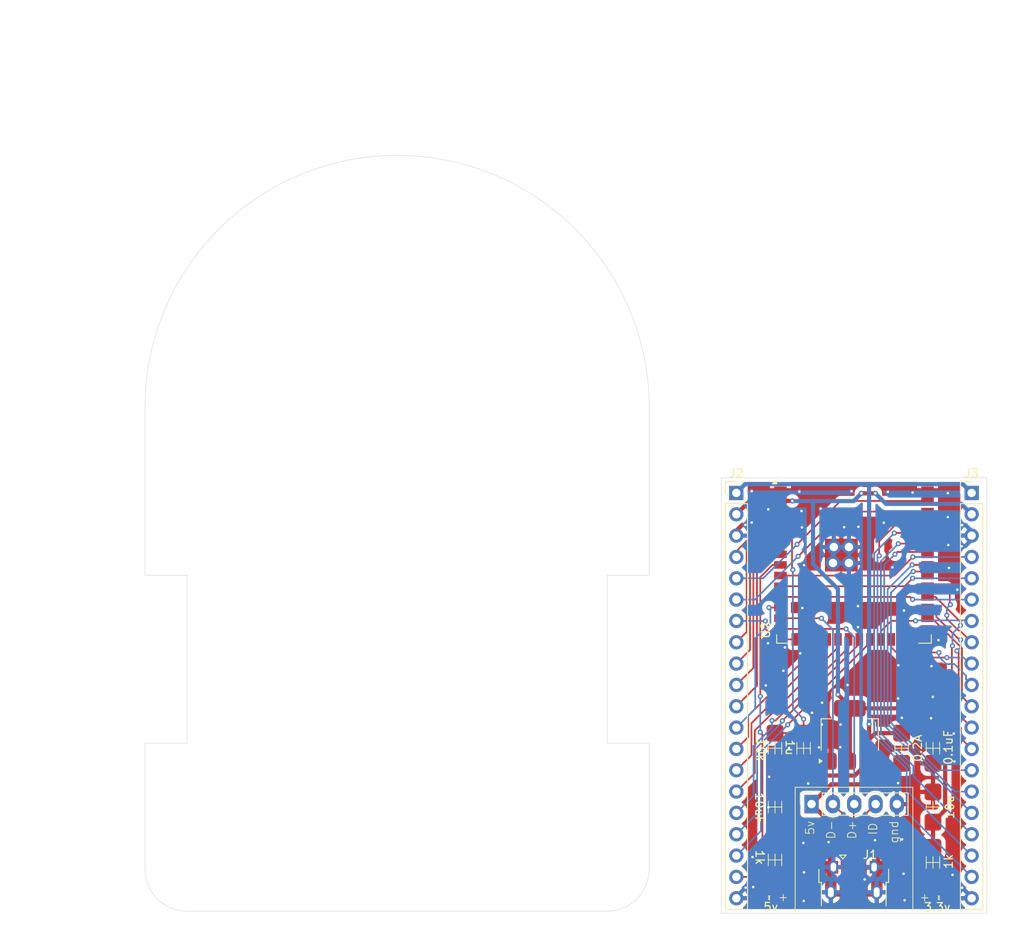
<source format=kicad_pcb>
(kicad_pcb (version 20240108) (generator "pcbnew") (generator_version "8.0")
  (layers (0 "F.Cu" signal) (31 "B.Cu" signal) (34 "B.Paste" user) (35 "F.Paste" user) (36 "B.SilkS" user "B.Silkscreen") (37 "F.SilkS" user "F.Silkscreen") (38 "B.Mask" user) (39 "F.Mask" user) (44 "Edge.Cuts" user))
  (net 0 "")
  (net 1 "/DevBoard/EN")
  (net 2 "/DevBoard/IO36")
  (net 3 "GND")
  (net 4 "/DevBoard/IO3")
  (net 5 "/DevBoard/IO13")
  (net 6 "/DevBoard/IO47")
  (net 7 "/DevBoard/IO5")
  (net 8 "/DevBoard/IO10")
  (net 9 "/DevBoard/IO1")
  (net 10 "/DevBoard/IO0")
  (net 11 "/DevBoard/IO35")
  (net 12 "/DevBoard/IO46")
  (net 13 "/DevBoard/IO45")
  (net 14 "/DevBoard/IO16")
  (net 15 "/DevBoard/IO37")
  (net 16 "/DevBoard/IO38")
  (net 17 "/DevBoard/IO4")
  (net 18 "/DevBoard/IO17")
  (net 19 "/DevBoard/IO41")
  (net 20 "/DevBoard/IO11")
  (net 21 "/DevBoard/IO2")
  (net 22 "/DevBoard/3.3v")
  (net 23 "/DevBoard/IO40")
  (net 24 "/DevBoard/IO12")
  (net 25 "/DevBoard/IO18")
  (net 26 "/DevBoard/IO39")
  (net 27 "/DevBoard/IO43")
  (net 28 "/DevBoard/IO6")
  (net 29 "/DevBoard/IO48")
  (net 30 "/DevBoard/IO9")
  (net 31 "/DevBoard/IO14")
  (net 32 "/DevBoard/IO21")
  (net 33 "/DevBoard/IO7")
  (net 34 "/DevBoard/IO44")
  (net 35 "/DevBoard/IO8")
  (net 36 "/DevBoard/IO42")
  (net 37 "/DevBoard/IO15")
  (net 38 "/DevBoard/5v")
  (net 39 "Net-(D1-A)")
  (net 40 "Net-(D2-A)")
  (net 41 "Net-(J1-VBUS)")
  (net 42 "/DevBoard/USB_D_N")
  (net 43 "unconnected-(J1-ID-Pad4)")
  (net 44 "/DevBoard/USB_D_P")
  (footprint "Ivar_footprint_library:IVAR_1206_SMD_C" (layer "F.Cu") (at 122.175 107.9 -90)
    (property "Reference" "C4" (hide yes))
    (property "Value" "1u" (hide yes))
  )
  (footprint "Ivar_footprint_library:IVAR_0603_SMD_LED" (layer "F.Cu") (at 137.575 123.9 180)
    (property "Reference" "D1" (hide yes))
    (property "Value" "3.3v" (hide yes))
  )
  (footprint "Ivar_footprint_library:IVAR_1206_SMD_R" (layer "F.Cu") (at 118.775 121.2 -90)
    (property "Reference" "R2" (hide yes))
    (property "Value" "1k" (hide yes))
  )
  (footprint "Connector_PinHeader_2.54mm:PinHeader_1x20_P2.54mm_Vertical" (layer "F.Cu") (at 142.175 75.7)
    (property "Reference" "J3")
    (property "Value" "Conn_01x20_Pin")
  )
  (footprint "Ivar_footprint_library:IVAR_1206_SMD_R" (layer "F.Cu") (at 137.575 121.5 -90)
    (property "Reference" "R1" (hide yes))
    (property "Value" "1k" (hide yes))
  )
  (footprint "Package_TO_SOT_SMD:SOT-223-3_TabPin2" (layer "F.Cu") (at 127.675 104.5 90)
    (property "Reference" "U3" (hide yes))
    (property "Value" "AMS1117-3.3" (hide yes))
  )
  (footprint "Ivar_footprint_library:IVAR_1206_SMD_C" (layer "F.Cu") (at 137.575 107.9 -90)
    (property "Reference" "C1" (hide yes))
    (property "Value" "0.1uF" (hide yes))
  )
  (footprint "Ivar_footprint_library:IVAR_0603_SMD_LED" (layer "F.Cu") (at 118.775 123.9)
    (property "Reference" "D2" (hide yes))
    (property "Value" "5v" (hide yes))
  )
  (footprint "Connector_USB:USB_Micro-B_Amphenol_10103594-0001LF_Horizontal" (layer "F.Cu") (at 128.17 122.135)
    (property "Reference" "J1")
    (property "Value" "USB_B_Micro")
  )
  (footprint "Ivar_footprint_library:IVAR_1206_SMD_FUSE" (layer "F.Cu") (at 133.8475 104.3 90)
    (property "Reference" "F1" (hide yes))
    (property "Value" "0.2A" (hide yes))
  )
  (footprint "Ivar_footprint_library:IVAR_1206_SMD_C" (layer "F.Cu") (at 118.775 111.3 90)
    (property "Reference" "C2" (hide yes))
    (property "Value" "10uF" (hide yes))
  )
  (footprint "RF_Module:ESP32-S3-WROOM-1" (layer "F.Cu") (at 128.175 80.64)
    (property "Reference" "U2")
    (property "Value" "ESP32-S3-WROOM-1")
  )
  (footprint "Ivar_footprint_library:IVAR_Micro_USB_breakout_board_5pin" (layer "F.Cu") (at 123.125 112.75 90)
    (property "Reference" "Mico_USB_Breakout1" (hide yes))
    (property "Value" "Conn_01x05_Pin" (hide yes))
  )
  (footprint "Ivar_footprint_library:IVAR_1206_SMD_C" (layer "F.Cu") (at 137.575 111.3 90)
    (property "Reference" "C3" (hide yes))
    (property "Value" "10u" (hide yes))
  )
  (footprint "Ivar_footprint_library:IVAR_1206_SMD_R" (layer "F.Cu") (at 118.775 104.3 90)
    (property "Reference" "R3" (hide yes))
    (property "Value" "10k" (hide yes))
  )
  (footprint "Connector_PinHeader_2.54mm:PinHeader_1x20_P2.54mm_Vertical" (layer "F.Cu") (at 114.175 75.7)
    (property "Reference" "J2")
    (property "Value" "Conn_01x20_Pin")
  )
  (gr_line (start 103.8 105.5) (end 98.8 105.5) (stroke (width 0.05)) (layer "Edge.Cuts"))
  (gr_line (start 98.8 105.5) (end 98.8 85.5) (stroke (width 0.05)) (layer "Edge.Cuts"))
  (gr_line (start 143.975 125.75) (end 112.375 125.75) (stroke (width 0.05)) (layer "Edge.Cuts"))
  (gr_line (start 43.8 85.5) (end 43.8 65.5) (stroke (width 0.05)) (layer "Edge.Cuts"))
  (gr_line (start 143.975 73.9) (end 112.375 73.9) (stroke (width 0.05)) (layer "Edge.Cuts"))
  (gr_line (start 143.975 73.9) (end 143.975 125.75) (stroke (width 0.05)) (layer "Edge.Cuts"))
  (gr_arc (start 48.8 125.5) (mid 45.264466 124.035534) (end 43.8 120.5) (stroke (width 0.05)) (layer "Edge.Cuts"))
  (gr_line (start 98.8 85.5) (end 103.8 85.5) (stroke (width 0.05)) (layer "Edge.Cuts"))
  (gr_arc (start 103.8 120.5) (mid 102.335534 124.035534) (end 98.8 125.5) (stroke (width 0.05)) (layer "Edge.Cuts"))
  (gr_line (start 48.8 105.5) (end 48.8 85.5) (stroke (width 0.05)) (layer "Edge.Cuts"))
  (gr_line (start 103.8 120.5) (end 103.8 105.5) (stroke (width 0.05)) (layer "Edge.Cuts"))
  (gr_arc (start 43.8 65.5) (mid 73.8 35.5) (end 103.8 65.5) (stroke (width 0.05)) (layer "Edge.Cuts"))
  (gr_line (start 112.375 73.9) (end 112.375 125.75) (stroke (width 0.05)) (layer "Edge.Cuts"))
  (gr_line (start 48.8 85.5) (end 43.8 85.5) (stroke (width 0.05)) (layer "Edge.Cuts"))
  (gr_line (start 43.8 105.5) (end 48.8 105.5) (stroke (width 0.05)) (layer "Edge.Cuts"))
  (gr_line (start 43.8 120.5) (end 43.8 105.5) (stroke (width 0.05)) (layer "Edge.Cuts"))
  (gr_line (start 103.8 85.5) (end 103.8 65.5) (stroke (width 0.05)) (layer "Edge.Cuts"))
  (gr_line (start 48.8 125.5) (end 98.8 125.5) (stroke (width 0.05)) (layer "Edge.Cuts"))
  (segment (start 122.175 104.3) (end 118.775 104.3) (width 0.2) (layer "F.Cu") (net 1))
  (segment (start 120.9 84.85) (end 120.8 84.75) (width 0.2) (layer "F.Cu") (net 1))
  (segment (start 120.375 77.92) (end 119.425 77.92) (width 0.2) (layer "F.Cu") (net 1))
  (segment (start 122.175 102.625) (end 122.175 104.3) (width 0.2) (layer "F.Cu") (net 1))
  (segment (start 114.175 82.64) (end 114.175 83.32) (width 0.2) (layer "F.Cu") (net 1))
  (segment (start 119.425 77.92) (end 118.895 77.92) (width 0.2) (layer "F.Cu") (net 1))
  (segment (start 120.8 84.75) (end 120.8 78.345) (width 0.2) (layer "F.Cu") (net 1))
  (segment (start 118.895 77.92) (end 114.175 82.64) (width 0.2) (layer "F.Cu") (net 1))
  (segment (start 120.8 78.345) (end 120.375 77.92) (width 0.2) (layer "F.Cu") (net 1))
  (via (at 120.9 84.85) (size 0.6) (drill 0.3) (layers "F.Cu" "B.Cu") (net 1))
  (via (at 122.175 102.625) (size 0.6) (drill 0.3) (layers "F.Cu" "B.Cu") (net 1))
  (segment (start 120.9 84.85) (end 120.9 101.35) (width 0.2) (layer "B.Cu") (net 1))
  (segment (start 120.9 101.35) (end 122.175 102.625) (width 0.2) (layer "B.Cu") (net 1))
  (segment (start 140.625 102.09) (end 142.175 103.64) (width 0.2) (layer "F.Cu") (net 2))
  (segment (start 140.625 94.706765) (end 140.625 102.09) (width 0.2) (layer "F.Cu") (net 2))
  (segment (start 137.975 89.87) (end 137.975 90.45) (width 0.2) (layer "F.Cu") (net 2))
  (segment (start 137.455 89.35) (end 137.975 89.87) (width 0.2) (layer "F.Cu") (net 2))
  (segment (start 137.975 90.45) (end 140.701116 93.176116) (width 0.2) (layer "F.Cu") (net 2))
  (segment (start 140.701116 93.176116) (end 140.859646 93.176116) (width 0.2) (layer "F.Cu") (net 2))
  (segment (start 136.925 89.35) (end 137.455 89.35) (width 0.2) (layer "F.Cu") (net 2))
  (segment (start 140.425 94.506765) (end 140.625 94.706765) (width 0.2) (layer "F.Cu") (net 2))
  (via (at 140.425 94.506765) (size 0.6) (drill 0.3) (layers "F.Cu" "B.Cu") (net 2))
  (via (at 140.859646 93.176116) (size 0.6) (drill 0.3) (layers "F.Cu" "B.Cu") (net 2))
  (segment (start 140.859646 93.176116) (end 140.859646 94.072119) (width 0.2) (layer "B.Cu") (net 2))
  (segment (start 140.859646 94.072119) (end 140.425 94.506765) (width 0.2) (layer "B.Cu") (net 2))
  (segment (start 127.185 123.52) (end 125.685 123.52) (width 0.5) (layer "F.Cu") (net 3))
  (segment (start 129.445 123.18) (end 129.445 121.725) (width 0.5) (layer "F.Cu") (net 3))
  (segment (start 114.175 80.2) (end 114.875 79.5) (width 0.5) (layer "F.Cu") (net 3))
  (segment (start 129.105 123.52) (end 130.605 123.52) (width 0.5) (layer "F.Cu") (net 3))
  (segment (start 129.445 121.725) (end 129.445 120.37) (width 0.5) (layer "F.Cu") (net 3))
  (segment (start 127.185 123.52) (end 129.105 123.52) (width 0.5) (layer "F.Cu") (net 3))
  (segment (start 130.605 123.52) (end 130.875 123.25) (width 0.2) (layer "F.Cu") (net 3))
  (segment (start 125.685 123.52) (end 125.415 123.25) (width 0.2) (layer "F.Cu") (net 3))
  (segment (start 129.105 123.52) (end 129.445 123.18) (width 0.5) (layer "F.Cu") (net 3))
  (segment (start 114.175 80.78) (end 114.175 80.2) (width 0.5) (layer "F.Cu") (net 3))
  (segment (start 114.875 79.5) (end 115.25 79.5) (width 0.5) (layer "F.Cu") (net 3))
  (via (at 122.15 117.375) (size 0.6) (drill 0.3) (layers "F.Cu" "B.Cu") (net 3))
  (via (at 141.05 79.525) (size 0.6) (drill 0.3) (layers "F.Cu" "B.Cu") (net 3))
  (via (at 139.475 84.625) (size 0.6) (drill 0.3) (layers "F.Cu" "B.Cu") (net 3))
  (via (at 124 106) (size 0.6) (drill 0.3) (layers "F.Cu" "B.Cu") (net 3))
  (via (at 134.075 121.05) (size 0.6) (drill 0.3) (layers "F.Cu" "B.Cu") (net 3))
  (via (at 139.9 121.175) (size 0.6) (drill 0.3) (layers "F.Cu" "B.Cu") (net 3))
  (via (at 116 75.5) (size 0.6) (drill 0.3) (layers "F.Cu" "B.Cu") (net 3))
  (via (at 128.7 79.725) (size 0.6) (drill 0.3) (layers "F.Cu" "B.Cu") (net 3))
  (via (at 126.55 105.975) (size 0.6) (drill 0.3) (layers "F.Cu" "B.Cu") (net 3))
  (via (at 116.1 119.05) (size 0.6) (drill 0.3) (layers "F.Cu" "B.Cu") (net 3))
  (via (at 129.445 121.725) (size 0.6) (drill 0.3) (layers "F.Cu" "B.Cu") (net 3))
  (via (at 119.775 96.875) (size 0.6) (drill 0.3) (layers "F.Cu" "B.Cu") (net 3))
  (via (at 132.2 75.575) (size 0.6) (drill 0.3) (layers "F.Cu" "B.Cu") (net 3))
  (via (at 133.425 100.175) (size 0.6) (drill 0.3) (layers "F.Cu" "B.Cu") (net 3))
  (via (at 124.2 77.575) (size 0.6) (drill 0.3) (layers "F.Cu" "B.Cu") (net 3))
  (via (at 138.225 93.225) (size 0.6) (drill 0.3) (layers "F.Cu" "B.Cu") (net 3))
  (via (at 127.4 98.575) (size 0.6) (drill 0.3) (layers "F.Cu" "B.Cu") (net 3))
  (via (at 132.75 84.55) (size 0.6) (drill 0.3) (layers "F.Cu" "B.Cu") (net 3))
  (via (at 128.65 89.175) (size 0.6) (drill 0.3) (layers "F.Cu" "B.Cu") (net 3))
  (via (at 122.2 124.275) (size 0.6) (drill 0.3) (layers "F.Cu" "B.Cu") (net 3))
  (via (at 130.675 117.05) (size 0.6) (drill 0.3) (layers "F.Cu" "B.Cu") (net 3))
  (via (at 133.425 110.25) (size 0.6) (drill 0.3) (layers "F.Cu" "B.Cu") (net 3))
  (via (at 133.9 116.95) (size 0.6) (drill 0.3) (layers "F.Cu" "B.Cu") (net 3))
  (via (at 134.2 124.2) (size 0.6) (drill 0.3) (layers "F.Cu" "B.Cu") (net 3))
  (via (at 127.875 75.5) (size 0.6) (drill 0.3) (layers "F.Cu" "B.Cu") (net 3))
  (via (at 139.4 81.9) (size 0.6) (drill 0.3) (layers "F.Cu" "B.Cu") (net 3))
  (via (at 133.875 102.475) (size 0.6) (drill 0.3) (layers "F.Cu" "B.Cu") (net 3))
  (via (at 134.125 89.7) (size 0.6) (drill 0.3) (layers "F.Cu" "B.Cu") (net 3))
  (via (at 115.25 79.5) (size 0.6) (drill 0.3) (layers "F.Cu" "B.Cu") (net 3))
  (via (at 125.15 117.275) (size 0.6) (drill 0.3) (layers "F.Cu" "B.Cu") (net 3))
  (via (at 122.225 120.875) (size 0.6) (drill 0.3) (layers "F.Cu" "B.Cu") (net 3))
  (via (at 117.975 77.65) (size 0.6) (drill 0.3) (layers "F.Cu" "B.Cu") (net 3))
  (via (at 140.975 82.05) (size 0.6) (drill 0.3) (layers "F.Cu" "B.Cu") (net 3))
  (via (at 121.775 94.8) (size 0.6) (drill 0.3) (layers "F.Cu" "B.Cu") (net 3))
  (via (at 139.35 75.725) (size 0.6) (drill 0.3) (layers "F.Cu" "B.Cu") (net 3))
  (via (at 118.075 109.5) (size 0.6) (drill 0.3) (layers "F.Cu" "B.Cu") (net 3))
  (via (at 137.35 102.525) (size 0.6) (drill 0.3) (layers "F.Cu" "B.Cu") (net 3))
  (via (at 140.05 104.35) (size 0.6) (drill 0.3) (layers "F.Cu" "B.Cu") (net 3))
  (via (at 116 79.225) (size 0.6) (drill 0.3) (layers "F.Cu" "B.Cu") (net 3))
  (via (at 140.475 87.225) (size 0.6) (drill 0.3) (layers "F.Cu" "B.Cu") (net 3))
  (via (at 116.175 122.625) (size 0.6) (drill 0.3) (layers "F.Cu" "B.Cu") (net 3))
  (via (at 117.675 98.625) (size 0.6) (drill 0.3) (layers "F.Cu" "B.Cu") (net 3))
  (via (at 140.125 107.675) (size 0.6) (drill 0.3) (layers "F.Cu" "B.Cu") (net 3))
  (via (at 121.675 75.55) (size 0.6) (drill 0.3) (layers "F.Cu" "B.Cu") (net 3))
  (via (at 121.975 79.8) (size 0.6) (drill 0.3) (layers "F.Cu" "B.Cu") (net 3))
  (via (at 131.725 79.25) (size 0.6) (drill 0.3) (layers "F.Cu" "B.Cu") (net 3))
  (via (at 126.575 103.275) (size 0.6) (drill 0.3) (layers "F.Cu" "B.Cu") (net 3))
  (via (at 128.65 91.675) (size 0.6) (drill 0.3) (layers "F.Cu" "B.Cu") (net 3))
  (via (at 122.025 89.4) (size 0.6) (drill 0.3) (layers "F.Cu" "B.Cu") (net 3))
  (via (at 121.925 77.85) (size 0.6) (drill 0.3) (layers "F.Cu" "B.Cu") (net 3))
  (via (at 117.95 93.6) (size 0.6) (drill 0.3) (layers "F.Cu" "B.Cu") (net 3))
  (via (at 141.05 122.7) (size 0.6) (drill 0.3) (layers "F.Cu" "B.Cu") (net 3))
  (via (at 139.35 78.575) (size 0.6) (drill 0.3) (layers "F.Cu" "B.Cu") (net 3))
  (via (at 119.95 94.1) (size 0.6) (drill 0.3) (layers "F.Cu" "B.Cu") (net 3))
  (via (at 137.4 96.325) (size 0.6) (drill 0.3) (layers "F.Cu" "B.Cu") (net 3))
  (via (at 124.35 103.275) (size 0.6) (drill 0.3) (layers "F.Cu" "B.Cu") (net 3))
  (via (at 123.175 101.875) (size 0.6) (drill 0.3) (layers "F.Cu" "B.Cu") (net 3))
  (via (at 115.275 122.7) (size 0.6) (drill 0.3) (layers "F.Cu" "B.Cu") (net 3))
  (via (at 122.225 84.3) (size 0.6) (drill 0.3) (layers "F.Cu" "B.Cu") (net 3))
  (via (at 122.725 110.3) (size 0.6) (drill 0.3) (layers "F.Cu" "B.Cu") (net 3))
  (via (at 137.55 99.975) (size 0.6) (drill 0.3) (layers "F.Cu" "B.Cu") (net 3))
  (via (at 124.375 100.675) (size 0.6) (drill 0.3) (layers "F.Cu" "B.Cu") (net 3))
  (via (at 118 113.125) (size 0.6) (drill 0.3) (layers "F.Cu" "B.Cu") (net 3))
  (via (at 133.45 96.225) (size 0.6) (drill 0.3) (layers "F.Cu" "B.Cu") (net 3))
  (via (at 127 79.775) (size 0.6) (drill 0.3) (layers "F.Cu" "B.Cu") (net 3))
  (via (at 120.45 106.075) (size 0.6) (drill 0.3) (layers "F.Cu" "B.Cu") (net 3))
  (via (at 135.15 75.65) (size 0.6) (drill 0.3) (layers "F.Cu" "B.Cu") (net 3))
  (segment (start 140.975 82.05) (end 141.4 82.05) (width 0.5) (layer "B.Cu") (net 3))
  (segment (start 142.175 81.275) (end 142.175 80.78) (width 0.5) (layer "B.Cu") (net 3))
  (segment (start 142.175 123.825) (end 141.05 122.7) (width 0.5) (layer "B.Cu") (net 3))
  (segment (start 142.175 123.96) (end 142.175 123.825) (width 0.5) (layer "B.Cu") (net 3))
  (segment (start 114.175 123.96) (end 114.175 123.8) (width 0.5) (layer "B.Cu") (net 3))
  (segment (start 141.45 79.525) (end 142.175 80.25) (width 0.5) (layer "B.Cu") (net 3))
  (segment (start 141.05 79.525) (end 141.45 79.525) (width 0.5) (layer "B.Cu") (net 3))
  (segment (start 114.175 123.8) (end 115.275 122.7) (width 0.5) (layer "B.Cu") (net 3))
  (segment (start 142.175 80.25) (end 142.175 80.78) (width 0.5) (layer "B.Cu") (net 3))
  (segment (start 141.4 82.05) (end 142.175 81.275) (width 0.5) (layer "B.Cu") (net 3))
  (segment (start 121.19 93.14) (end 118.875 93.14) (width 0.2) (layer "F.Cu") (net 4))
  (segment (start 117.625 91.89) (end 117.625 90.95) (width 0.2) (layer "F.Cu") (net 4))
  (segment (start 118.875 93.14) (end 117.625 91.89) (width 0.2) (layer "F.Cu") (net 4))
  (via (at 117.625 90.95) (size 0.6) (drill 0.3) (layers "F.Cu" "B.Cu") (net 4))
  (segment (start 117.615 90.94) (end 114.175 90.94) (width 0.2) (layer "B.Cu") (net 4))
  (segment (start 117.625 90.95) (end 117.615 90.94) (width 0.2) (layer "B.Cu") (net 4))
  (segment (start 128.81 93.668527) (end 119.646264 102.832263) (width 0.2) (layer "F.Cu") (net 5))
  (segment (start 128.81 93.14) (end 128.81 93.668527) (width 0.2) (layer "F.Cu") (net 5))
  (via (at 119.646264 102.832263) (size 0.6) (drill 0.3) (layers "F.Cu" "B.Cu") (net 5))
  (segment (start 116.647744 105.975) (end 116.647744 113.867256) (width 0.2) (layer "B.Cu") (net 5))
  (segment (start 119.646264 102.832263) (end 119.646264 102.97648) (width 0.2) (layer "B.Cu") (net 5))
  (segment (start 116.647744 113.867256) (end 114.175 116.34) (width 0.2) (layer "B.Cu") (net 5))
  (segment (start 118.808526 103.814218) (end 118.808526 103.814219) (width 0.2) (layer "B.Cu") (net 5))
  (segment (start 119.646264 102.97648) (end 118.808526 103.814218) (width 0.2) (layer "B.Cu") (net 5))
  (segment (start 118.808526 103.814219) (end 116.647744 105.975) (width 0.2) (layer "B.Cu") (net 5))
  (segment (start 132.62 93.14) (end 132.62 94.09) (width 0.2) (layer "F.Cu") (net 6))
  (segment (start 132.62 94.09) (end 133.83 95.3) (width 0.2) (layer "F.Cu") (net 6))
  (segment (start 133.83 95.3) (end 139.225 95.3) (width 0.2) (layer "F.Cu") (net 6))
  (via (at 139.225 95.3) (size 0.6) (drill 0.3) (layers "F.Cu" "B.Cu") (net 6))
  (segment (start 139.225 95.3) (end 141.225 95.3) (width 0.2) (layer "B.Cu") (net 6))
  (segment (start 141.225 95.3) (end 141.945 96.02) (width 0.2) (layer "B.Cu") (net 6))
  (segment (start 141.945 96.02) (end 142.175 96.02) (width 0.2) (layer "B.Cu") (net 6))
  (segment (start 115.8 94.395) (end 114.175 96.02) (width 0.2) (layer "F.Cu") (net 7))
  (segment (start 115.8 83.135) (end 115.8 94.395) (width 0.2) (layer "F.Cu") (net 7))
  (segment (start 119.425 80.46) (end 118.475 80.46) (width 0.2) (layer "F.Cu") (net 7))
  (segment (start 118.475 80.46) (end 115.8 83.135) (width 0.2) (layer "F.Cu") (net 7))
  (segment (start 125 94.09) (end 115.975 103.115) (width 0.2) (layer "F.Cu") (net 8))
  (segment (start 115.975 103.115) (end 115.975 106.92) (width 0.2) (layer "F.Cu") (net 8))
  (segment (start 115.975 106.92) (end 114.175 108.72) (width 0.2) (layer "F.Cu") (net 8))
  (segment (start 125 93.14) (end 125 94.09) (width 0.2) (layer "F.Cu") (net 8))
  (segment (start 126.575 76.65) (end 121.4 81.825) (width 0.2) (layer "F.Cu") (net 9))
  (segment (start 136.925 76.65) (end 126.575 76.65) (width 0.2) (layer "F.Cu") (net 9))
  (via (at 121.4 81.825) (size 0.6) (drill 0.3) (layers "F.Cu" "B.Cu") (net 9))
  (segment (start 117.365 85.86) (end 114.175 85.86) (width 0.2) (layer "B.Cu") (net 9))
  (segment (start 121.4 81.825) (end 117.365 85.86) (width 0.2) (layer "B.Cu") (net 9))
  (segment (start 141.025 94.19) (end 141.025 99.95) (width 0.2) (layer "F.Cu") (net 11))
  (segment (start 137.455 90.62) (end 141.025 94.19) (width 0.2) (layer "F.Cu") (net 11))
  (segment (start 141.025 99.95) (end 142.175 101.1) (width 0.2) (layer "F.Cu") (net 11))
  (segment (start 136.925 90.62) (end 137.455 90.62) (width 0.2) (layer "F.Cu") (net 11))
  (segment (start 119.425 85.54) (end 132.96 85.54) (width 0.2) (layer "F.Cu") (net 14))
  (segment (start 132.96 85.54) (end 135.175 83.325) (width 0.2) (layer "F.Cu") (net 14))
  (via (at 135.175 83.325) (size 0.6) (drill 0.3) (layers "F.Cu" "B.Cu") (net 14))
  (segment (start 135.175 83.325) (end 140.325 83.325) (width 0.2) (layer "B.Cu") (net 14))
  (segment (start 140.33 83.32) (end 142.175 83.32) (width 0.2) (layer "B.Cu") (net 14))
  (segment (start 140.325 83.325) (end 140.33 83.32) (width 0.2) (layer "B.Cu") (net 14))
  (segment (start 139.825 93.977452) (end 139.825 102.622182) (width 0.2) (layer "F.Cu") (net 15))
  (segment (start 137.875 88.08) (end 140.849265 91.054265) (width 0.2) (layer "F.Cu") (net 15))
  (segment (start 140.9 103.697182) (end 140.9 104.905) (width 0.2) (layer "F.Cu") (net 15))
  (segment (start 140.9 104.905) (end 142.175 106.18) (width 0.2) (layer "F.Cu") (net 15))
  (segment (start 139.825 102.622182) (end 140.9 103.697182) (width 0.2) (layer "F.Cu") (net 15))
  (segment (start 140.849265 91.054265) (end 140.849265 91.475735) (width 0.2) (layer "F.Cu") (net 15))
  (segment (start 139.894461 93.907991) (end 139.825 93.977452) (width 0.2) (layer "F.Cu") (net 15))
  (segment (start 136.925 88.08) (end 137.875 88.08) (width 0.2) (layer "F.Cu") (net 15))
  (via (at 139.894461 93.907991) (size 0.6) (drill 0.3) (layers "F.Cu" "B.Cu") (net 15))
  (via (at 140.849265 91.475735) (size 0.6) (drill 0.3) (layers "F.Cu" "B.Cu") (net 15))
  (segment (start 140.849265 91.475735) (end 139.894461 92.430539) (width 0.2) (layer "B.Cu") (net 15))
  (segment (start 139.894461 92.430539) (end 139.894461 93.907991) (width 0.2) (layer "B.Cu") (net 15))
  (segment (start 142.175 93.48) (end 140.770735 92.075735) (width 0.2) (layer "F.Cu") (net 16))
  (segment (start 139.225 86.8) (end 136.935 86.8) (width 0.2) (layer "F.Cu") (net 16))
  (segment (start 139.575 87.15) (end 139.225 86.8) (width 0.2) (layer "F.Cu") (net 16))
  (segment (start 139.643527 89) (end 139.575 88.931473) (width 0.2) (layer "F.Cu") (net 16))
  (segment (start 136.935 86.8) (end 136.925 86.81) (width 0.2) (layer "F.Cu") (net 16))
  (segment (start 140.600736 92.075735) (end 139.222207 90.697206) (width 0.2) (layer "F.Cu") (net 16))
  (segment (start 139.222207 90.697206) (end 139.222207 90.275735) (width 0.2) (layer "F.Cu") (net 16))
  (segment (start 140.770735 92.075735) (end 140.600736 92.075735) (width 0.2) (layer "F.Cu") (net 16))
  (segment (start 139.575 88.931473) (end 139.575 87.15) (width 0.2) (layer "F.Cu") (net 16))
  (via (at 139.222207 90.275735) (size 0.6) (drill 0.3) (layers "F.Cu" "B.Cu") (net 16))
  (via (at 139.643527 89) (size 0.6) (drill 0.3) (layers "F.Cu" "B.Cu") (net 16))
  (segment (start 139.222207 89.42132) (end 139.643527 89) (width 0.2) (layer "B.Cu") (net 16))
  (segment (start 139.222207 90.275735) (end 139.222207 89.42132) (width 0.2) (layer "B.Cu") (net 16))
  (segment (start 115.4 92.255) (end 114.175 93.48) (width 0.2) (layer "F.Cu") (net 17))
  (segment (start 118.475 79.19) (end 115.4 82.265) (width 0.2) (layer "F.Cu") (net 17))
  (segment (start 119.425 79.19) (end 118.475 79.19) (width 0.2) (layer "F.Cu") (net 17))
  (segment (start 115.4 82.265) (end 115.4 92.255) (width 0.2) (layer "F.Cu") (net 17))
  (segment (start 135.15 85.85) (end 134.19 86.81) (width 0.2) (layer "F.Cu") (net 18))
  (segment (start 134.19 86.81) (end 119.425 86.81) (width 0.2) (layer "F.Cu") (net 18))
  (via (at 135.15 85.85) (size 0.6) (drill 0.3) (layers "F.Cu" "B.Cu") (net 18))
  (segment (start 135.15 85.85) (end 135.175 85.85) (width 0.2) (layer "B.Cu") (net 18))
  (segment (start 135.175 85.85) (end 135.185 85.86) (width 0.2) (layer "B.Cu") (net 18))
  (segment (start 135.185 85.86) (end 142.175 85.86) (width 0.2) (layer "B.Cu") (net 18))
  (segment (start 136.65 82.725) (end 136.925 83) (width 0.2) (layer "F.Cu") (net 19))
  (segment (start 133.32353 82.725) (end 136.65 82.725) (width 0.2) (layer "F.Cu") (net 19))
  (segment (start 133.049265 82.999265) (end 133.32353 82.725) (width 0.2) (layer "F.Cu") (net 19))
  (via (at 133.049265 82.999265) (size 0.6) (drill 0.3) (layers "F.Cu" "B.Cu") (net 19))
  (segment (start 131.775 84.434315) (end 131.775 84.27353) (width 0.2) (layer "B.Cu") (net 19))
  (segment (start 131.775 84.27353) (end 133.049265 82.999265) (width 0.2) (layer "B.Cu") (net 19))
  (segment (start 131.775 99.75) (end 131.775 84.434315) (width 0.2) (layer "B.Cu") (net 19))
  (segment (start 142.175 113.8) (end 131.775 103.4) (width 0.2) (layer "B.Cu") (net 19))
  (segment (start 131.775 103.4) (end 131.775 99.75) (width 0.2) (layer "B.Cu") (net 19))
  (segment (start 116.375 109.06) (end 114.175 111.26) (width 0.2) (layer "F.Cu") (net 20))
  (segment (start 126.27 94.09) (end 116.375 103.985) (width 0.2) (layer "F.Cu") (net 20))
  (segment (start 126.27 93.14) (end 126.27 94.09) (width 0.2) (layer "F.Cu") (net 20))
  (segment (start 116.375 103.985) (end 116.375 109.06) (width 0.2) (layer "F.Cu") (net 20))
  (segment (start 126.855 77.92) (end 121.525 83.25) (width 0.2) (layer "F.Cu") (net 21))
  (segment (start 136.925 77.92) (end 126.855 77.92) (width 0.2) (layer "F.Cu") (net 21))
  (via (at 121.525 83.25) (size 0.6) (drill 0.3) (layers "F.Cu" "B.Cu") (net 21))
  (segment (start 121.525 83.25) (end 116.375 88.4) (width 0.2) (layer "B.Cu") (net 21))
  (segment (start 116.375 88.4) (end 114.175 88.4) (width 0.2) (layer "B.Cu") (net 21))
  (segment (start 127.675 101.35) (end 127.675 101.11) (width 0.5) (layer "F.Cu") (net 22))
  (segment (start 120.85 76.65) (end 119.425 76.65) (width 0.5) (layer "F.Cu") (net 22))
  (segment (start 127.675 101.11) (end 126.265 99.7) (width 0.5) (layer "F.Cu") (net 22))
  (segment (start 127.675 101.35) (end 137.775 101.35) (width 0.5) (layer "F.Cu") (net 22))
  (segment (start 115.765 76.65) (end 114.175 78.24) (width 0.5) (layer "F.Cu") (net 22))
  (segment (start 137.775 101.35) (end 139.025 102.6) (width 0.5) (layer "F.Cu") (net 22))
  (segment (start 139.025 113.45) (end 137.575 114.9) (width 0.5) (layer "F.Cu") (net 22))
  (segment (start 127.675 107.65) (end 127.675 101.35) (width 0.5) (layer "F.Cu") (net 22))
  (segment (start 119.425 76.65) (end 115.765 76.65) (width 0.5) (layer "F.Cu") (net 22))
  (segment (start 139.025 102.6) (end 139.025 113.45) (width 0.5) (layer "F.Cu") (net 22))
  (segment (start 137.575 117.9) (end 137.575 114.9) (width 0.5) (layer "F.Cu") (net 22))
  (segment (start 129.05 75.75) (end 130.725 75.75) (width 0.5) (layer "F.Cu") (net 22))
  (via (at 129.05 75.75) (size 0.6) (drill 0.3) (layers "F.Cu" "B.Cu") (net 22))
  (via (at 130.725 75.75) (size 0.6) (drill 0.3) (layers "F.Cu" "B.Cu") (net 22))
  (via (at 120.85 76.65) (size 0.6) (drill 0.3) (layers "F.Cu" "B.Cu") (net 22))
  (via (at 126.265 99.7) (size 0.6) (drill 0.3) (layers "F.Cu" "B.Cu") (net 22))
  (segment (start 120.875 76.675) (end 120.85 76.65) (width 0.5) (layer "B.Cu") (net 22))
  (segment (start 130.725 75.75) (end 131.975 77) (width 0.5) (layer "B.Cu") (net 22))
  (segment (start 123.3 76.675) (end 128.125 76.675) (width 0.5) (layer "B.Cu") (net 22))
  (segment (start 128.125 76.675) (end 129.05 75.75) (width 0.5) (layer "B.Cu") (net 22))
  (segment (start 123.3 84.175) (end 123.3 76.675) (width 0.5) (layer "B.Cu") (net 22))
  (segment (start 140.935 77) (end 142.175 78.24) (width 0.5) (layer "B.Cu") (net 22))
  (segment (start 123.3 76.675) (end 120.875 76.675) (width 0.5) (layer "B.Cu") (net 22))
  (segment (start 131.975 77) (end 140.935 77) (width 0.5) (layer "B.Cu") (net 22))
  (segment (start 126.265 87.14) (end 123.3 84.175) (width 0.5) (layer "B.Cu") (net 22))
  (segment (start 126.265 99.7) (end 126.265 87.14) (width 0.5) (layer "B.Cu") (net 22))
  (segment (start 136.916765 84.261765) (end 136.925 84.27) (width 0.2) (layer "F.Cu") (net 23))
  (segment (start 135.086765 84.261765) (end 136.916765 84.261765) (width 0.2) (layer "F.Cu") (net 23))
  (via (at 135.086765 84.261765) (size 0.6) (drill 0.3) (layers "F.Cu" "B.Cu") (net 23))
  (segment (start 132.175 87.17353) (end 135.086765 84.261765) (width 0.2) (layer "B.Cu") (net 23))
  (segment (start 132.175 87.925) (end 132.175 87.17353) (width 0.2) (layer "B.Cu") (net 23))
  (segment (start 142.175 111.26) (end 140.200686 111.26) (width 0.2) (layer "B.Cu") (net 23))
  (segment (start 132.507843 103.567157) (end 132.175 103.234314) (width 0.2) (layer "B.Cu") (net 23))
  (segment (start 132.175 103.234314) (end 132.175 87.925) (width 0.2) (layer "B.Cu") (net 23))
  (segment (start 140.200686 111.26) (end 132.507843 103.567157) (width 0.2) (layer "B.Cu") (net 23))
  (segment (start 127.54 94.09) (end 118.829999 102.800001) (width 0.2) (layer "F.Cu") (net 24))
  (segment (start 118.829999 102.800001) (end 118.408526 102.800001) (width 0.2) (layer "F.Cu") (net 24))
  (segment (start 127.54 93.14) (end 127.54 94.09) (width 0.2) (layer "F.Cu") (net 24))
  (via (at 118.408526 102.800001) (size 0.6) (drill 0.3) (layers "F.Cu" "B.Cu") (net 24))
  (segment (start 118.408526 103.648533) (end 116.225 105.832059) (width 0.2) (layer "B.Cu") (net 24))
  (segment (start 118.408526 102.800001) (end 118.408526 103.648533) (width 0.2) (layer "B.Cu") (net 24))
  (segment (start 116.225 111.75) (end 114.175 113.8) (width 0.2) (layer "B.Cu") (net 24))
  (segment (start 116.225 105.832059) (end 116.225 111.75) (width 0.2) (layer "B.Cu") (net 24))
  (segment (start 119.425 88.08) (end 134.855 88.08) (width 0.2) (layer "F.Cu") (net 25))
  (segment (start 134.855 88.08) (end 135.15 88.375) (width 0.2) (layer "F.Cu") (net 25))
  (via (at 135.15 88.375) (size 0.6) (drill 0.3) (layers "F.Cu" "B.Cu") (net 25))
  (segment (start 135.175 88.4) (end 142.175 88.4) (width 0.2) (layer "B.Cu") (net 25))
  (segment (start 135.15 88.375) (end 135.175 88.4) (width 0.2) (layer "B.Cu") (net 25))
  (segment (start 136.438717 85.053717) (end 136.925 85.54) (width 0.2) (layer "F.Cu") (net 26))
  (segment (start 135.22706 85.053717) (end 136.438717 85.053717) (width 0.2) (layer "F.Cu") (net 26))
  (via (at 135.22706 85.053717) (size 0.6) (drill 0.3) (layers "F.Cu" "B.Cu") (net 26))
  (segment (start 138.226372 108.72) (end 132.575 103.068628) (width 0.2) (layer "B.Cu") (net 26))
  (segment (start 132.575 103.068628) (end 132.575 87.725) (width 0.2) (layer "B.Cu") (net 26))
  (segment (start 135.097754 85.053717) (end 135.22706 85.053717) (width 0.2) (layer "B.Cu") (net 26))
  (segment (start 132.575 87.725) (end 132.575 87.576471) (width 0.2) (layer "B.Cu") (net 26))
  (segment (start 132.575 87.576471) (end 135.097754 85.053717) (width 0.2) (layer "B.Cu") (net 26))
  (segment (start 142.175 108.72) (end 138.226372 108.72) (width 0.2) (layer "B.Cu") (net 26))
  (segment (start 131.175 81.426471) (end 131.175 83.174265) (width 0.2) (layer "F.Cu") (net 27))
  (segment (start 133.411471 79.19) (end 131.175 81.426471) (width 0.2) (layer "F.Cu") (net 27))
  (segment (start 136.925 79.19) (end 133.411471 79.19) (width 0.2) (layer "F.Cu") (net 27))
  (via (at 131.175 83.174265) (size 0.6) (drill 0.3) (layers "F.Cu" "B.Cu") (net 27))
  (segment (start 134.835 111.54) (end 142.175 118.88) (width 0.2) (layer "B.Cu") (net 27))
  (segment (start 131.175 83.174265) (end 130.975 83.374265) (width 0.2) (layer "B.Cu") (net 27))
  (segment (start 130.975 83.374265) (end 130.975 104.507844) (width 0.2) (layer "B.Cu") (net 27))
  (segment (start 134.835 108.367844) (end 134.835 111.54) (width 0.2) (layer "B.Cu") (net 27))
  (segment (start 130.975 104.507844) (end 134.835 108.367844) (width 0.2) (layer "B.Cu") (net 27))
  (segment (start 116.2 96.535) (end 114.175 98.56) (width 0.2) (layer "F.Cu") (net 28))
  (segment (start 118.475 81.73) (end 116.2 84.005) (width 0.2) (layer "F.Cu") (net 28))
  (segment (start 119.425 81.73) (end 118.475 81.73) (width 0.2) (layer "F.Cu") (net 28))
  (segment (start 116.2 84.005) (end 116.2 96.535) (width 0.2) (layer "F.Cu") (net 28))
  (segment (start 133.89 94.315) (end 134.275 94.7) (width 0.2) (layer "F.Cu") (net 29))
  (segment (start 133.89 93.14) (end 133.89 94.315) (width 0.2) (layer "F.Cu") (net 29))
  (segment (start 134.275 94.7) (end 138.275 94.7) (width 0.2) (layer "F.Cu") (net 29))
  (via (at 138.275 94.7) (size 0.6) (drill 0.3) (layers "F.Cu" "B.Cu") (net 29))
  (segment (start 140.125 96.075) (end 141.5 97.45) (width 0.2) (layer "B.Cu") (net 29))
  (segment (start 138.275 94.7) (end 138.275 95.198529) (width 0.2) (layer "B.Cu") (net 29))
  (segment (start 141.5 97.885) (end 142.175 98.56) (width 0.2) (layer "B.Cu") (net 29))
  (segment (start 138.275 95.198529) (end 139.151471 96.075) (width 0.2) (layer "B.Cu") (net 29))
  (segment (start 139.151471 96.075) (end 140.125 96.075) (width 0.2) (layer "B.Cu") (net 29))
  (segment (start 141.5 97.45) (end 141.5 97.885) (width 0.2) (layer "B.Cu") (net 29))
  (segment (start 123.73 94.09) (end 115.575 102.245) (width 0.2) (layer "F.Cu") (net 30))
  (segment (start 123.73 93.14) (end 123.73 94.09) (width 0.2) (layer "F.Cu") (net 30))
  (segment (start 115.575 104.78) (end 114.175 106.18) (width 0.2) (layer "F.Cu") (net 30))
  (segment (start 115.575 102.245) (end 115.575 104.78) (width 0.2) (layer "F.Cu") (net 30))
  (segment (start 130.08 93.14) (end 130.08 93.516744) (width 0.2) (layer "F.Cu") (net 31))
  (segment (start 130.08 93.516744) (end 120.291391 103.305353) (width 0.2) (layer "F.Cu") (net 31))
  (via (at 120.291391 103.305353) (size 0.6) (drill 0.3) (layers "F.Cu" "B.Cu") (net 31))
  (segment (start 117.1 106.496744) (end 117.1 115.955) (width 0.2) (layer "B.Cu") (net 31))
  (segment (start 120.291391 103.305353) (end 117.1 106.496744) (width 0.2) (layer "B.Cu") (net 31))
  (segment (start 117.1 115.955) (end 114.175 118.88) (width 0.2) (layer "B.Cu") (net 31))
  (segment (start 135.5 90.925) (end 132.615 90.925) (width 0.2) (layer "F.Cu") (net 32))
  (segment (start 132.615 90.925) (end 131.35 92.19) (width 0.2) (layer "F.Cu") (net 32))
  (segment (start 131.35 92.19) (end 131.35 93.14) (width 0.2) (layer "F.Cu") (net 32))
  (via (at 135.5 90.925) (size 0.6) (drill 0.3) (layers "F.Cu" "B.Cu") (net 32))
  (segment (start 135.5 90.925) (end 135.549265 90.875735) (width 0.2) (layer "B.Cu") (net 32))
  (segment (start 135.549265 90.875735) (end 142.110735 90.875735) (width 0.2) (layer "B.Cu") (net 32))
  (segment (start 142.110735 90.875735) (end 142.175 90.94) (width 0.2) (layer "B.Cu") (net 32))
  (segment (start 118.475 83) (end 116.625 84.85) (width 0.2) (layer "F.Cu") (net 33))
  (segment (start 119.425 83) (end 118.475 83) (width 0.2) (layer "F.Cu") (net 33))
  (segment (start 116.625 98.65) (end 114.175 101.1) (width 0.2) (layer "F.Cu") (net 33))
  (segment (start 116.625 84.85) (end 116.625 98.65) (width 0.2) (layer "F.Cu") (net 33))
  (segment (start 132.975 80.475) (end 132.99 80.46) (width 0.2) (layer "F.Cu") (net 34))
  (segment (start 132.99 80.46) (end 136.925 80.46) (width 0.2) (layer "F.Cu") (net 34))
  (via (at 132.975 80.475) (size 0.6) (drill 0.3) (layers "F.Cu" "B.Cu") (net 34))
  (segment (start 130.575 102.976471) (end 130.575 82.875) (width 0.2) (layer "B.Cu") (net 34))
  (segment (start 130.575 104.673529) (end 130.575 102.976471) (width 0.2) (layer "B.Cu") (net 34))
  (segment (start 134.435 113.68) (end 134.435 108.533529) (width 0.2) (layer "B.Cu") (net 34))
  (segment (start 130.575 82.875) (end 132.975 80.475) (width 0.2) (layer "B.Cu") (net 34))
  (segment (start 134.435 108.533529) (end 130.575 104.673529) (width 0.2) (layer "B.Cu") (net 34))
  (segment (start 142.175 121.42) (end 134.435 113.68) (width 0.2) (layer "B.Cu") (net 34))
  (segment (start 118.05 89.35) (end 119.425 89.35) (width 0.2) (layer "F.Cu") (net 35))
  (via (at 118.05 89.35) (size 0.6) (drill 0.3) (layers "F.Cu" "B.Cu") (net 35))
  (segment (start 118.225 91.198529) (end 118.225 89.525) (width 0.2) (layer "B.Cu") (net 35))
  (segment (start 116.425 92.998529) (end 118.225 91.198529) (width 0.2) (layer "B.Cu") (net 35))
  (segment (start 118.225 89.525) (end 118.05 89.35) (width 0.2) (layer "B.Cu") (net 35))
  (segment (start 114.175 103.64) (end 116.425 101.39) (width 0.2) (layer "B.Cu") (net 35))
  (segment (start 116.425 101.39) (end 116.425 92.998529) (width 0.2) (layer "B.Cu") (net 35))
  (segment (start 133.45 81.75) (end 133.47 81.73) (width 0.2) (layer "F.Cu") (net 36))
  (segment (start 133.47 81.73) (end 136.925 81.73) (width 0.2) (layer "F.Cu") (net 36))
  (via (at 133.45 81.75) (size 0.6) (drill 0.3) (layers "F.Cu" "B.Cu") (net 36))
  (segment (start 131.375 104.342158) (end 131.375 84.6) (width 0.2) (layer "B.Cu") (net 36))
  (segment (start 142.175 116.34) (end 135.235 109.4) (width 0.2) (layer "B.Cu") (net 36))
  (segment (start 133.266421 106.233579) (end 131.375 104.342158) (width 0.2) (layer "B.Cu") (net 36))
  (segment (start 135.235 109.4) (end 135.235 108.202158) (width 0.2) (layer "B.Cu") (net 36))
  (segment (start 135.235 108.202158) (end 133.266421 106.233579) (width 0.2) (layer "B.Cu") (net 36))
  (segment (start 131.375 84.6) (end 131.375 83.825) (width 0.2) (layer "B.Cu") (net 36))
  (segment (start 131.375 83.825) (end 133.45 81.75) (width 0.2) (layer "B.Cu") (net 36))
  (segment (start 117.275 104.45) (end 117.016765 104.191765) (width 0.2) (layer "F.Cu") (net 37))
  (segment (start 117.275 119.825) (end 117.275 104.45) (width 0.2) (layer "F.Cu") (net 37))
  (segment (start 115.68 121.42) (end 117.275 119.825) (width 0.2) (layer "F.Cu") (net 37))
  (segment (start 114.175 121.42) (end 115.68 121.42) (width 0.2) (layer "F.Cu") (net 37))
  (segment (start 118.475 84.27) (end 117.025 85.72) (width 0.2) (layer "F.Cu") (net 37))
  (segment (start 119.425 84.27) (end 118.475 84.27) (width 0.2) (layer "F.Cu") (net 37))
  (segment (start 117.025 85.72) (end 117.025 99.925) (width 0.2) (layer "F.Cu") (net 37))
  (via (at 117.016765 104.191765) (size 0.6) (drill 0.3) (layers "F.Cu" "B.Cu") (net 37))
  (via (at 117.025 99.925) (size 0.6) (drill 0.3) (layers "F.Cu" "B.Cu") (net 37))
  (segment (start 117.025 99.925) (end 117.025 104.18353) (width 0.2) (layer "B.Cu") (net 37))
  (segment (start 117.025 104.18353) (end 117.016765 104.191765) (width 0.2) (layer "B.Cu") (net 37))
  (segment (start 130.725 104.3) (end 129.975 105.05) (width 0.5) (layer "F.Cu") (net 38))
  (segment (start 120.225 109.35) (end 118.775 107.9) (width 0.5) (layer "F.Cu") (net 38))
  (segment (start 133.8475 104.3) (end 130.725 104.3) (width 0.5) (layer "F.Cu") (net 38))
  (segment (start 133.8475 104.3) (end 137.575 104.3) (width 0.5) (layer "F.Cu") (net 38))
  (segment (start 120.225 109.35) (end 128.275 109.35) (width 0.5) (layer "F.Cu") (net 38))
  (segment (start 128.275 109.35) (end 129.975 107.65) (width 0.5) (layer "F.Cu") (net 38))
  (segment (start 129.975 105.05) (end 129.975 107.65) (width 0.5) (layer "F.Cu") (net 38))
  (segment (start 120.225 113.45) (end 120.225 109.35) (width 0.5) (layer "F.Cu") (net 38))
  (segment (start 118.775 114.9) (end 118.775 117.9) (width 0.5) (layer "F.Cu") (net 38))
  (segment (start 129.975 105.05) (end 129.975 103.225) (width 0.5) (layer "F.Cu") (net 38))
  (segment (start 118.775 114.9) (end 120.225 113.45) (width 0.5) (layer "F.Cu") (net 38))
  (via (at 129.975 103.225) (size 0.6) (drill 0.3) (layers "F.Cu" "B.Cu") (net 38))
  (segment (start 133.85 74.65) (end 129.975 74.65) (width 0.5) (layer "B.Cu") (net 38))
  (segment (start 115.225 74.65) (end 114.175 75.7) (width 0.5) (layer "B.Cu") (net 38))
  (segment (start 141.125 74.65) (end 142.175 75.7) (width 0.5) (layer "B.Cu") (net 38))
  (segment (start 129.975 74.65) (end 115.225 74.65) (width 0.5) (layer "B.Cu") (net 38))
  (segment (start 133.85 74.65) (end 141.125 74.65) (width 0.5) (layer "B.Cu") (net 38))
  (segment (start 129.975 103.225) (end 129.975 74.65) (width 0.5) (layer "B.Cu") (net 38))
  (segment (start 137.575 121.5) (end 137.575 123.9) (width 0.2) (layer "F.Cu") (net 39))
  (segment (start 118.775 121.2) (end 118.775 123.9) (width 0.2) (layer "F.Cu") (net 40))
  (segment (start 126.845 116.47) (end 126.845 120.37) (width 0.5) (layer "F.Cu") (net 41))
  (segment (start 123.125 112.75) (end 125.475 110.4) (width 0.5) (layer "F.Cu") (net 41))
  (segment (start 131.3475 110.4) (end 133.8475 107.9) (width 0.5) (layer "F.Cu") (net 41))
  (segment (start 125.475 110.4) (end 131.3475 110.4) (width 0.5) (layer "F.Cu") (net 41))
  (segment (start 123.125 112.75) (end 126.845 116.47) (width 0.5) (layer "F.Cu") (net 41))
  (segment (start 124.3 90.625) (end 123.85 90.625) (width 0.2) (layer "F.Cu") (net 42))
  (segment (start 125.665 112.75) (end 127.495 114.58) (width 0.2) (layer "F.Cu") (net 42))
  (segment (start 123.845 90.62) (end 119.425 90.62) (width 0.2) (layer "F.Cu") (net 42))
  (segment (start 123.85 90.625) (end 123.845 90.62) (width 0.2) (layer "F.Cu") (net 42))
  (segment (start 127.495 114.58) (end 127.495 120.37) (width 0.2) (layer "F.Cu") (net 42))
  (via (at 124.3 90.625) (size 0.6) (drill 0.3) (layers "F.Cu" "B.Cu") (net 42))
  (segment (start 125.665 91.99) (end 124.3 90.625) (width 0.2) (layer "B.Cu") (net 42))
  (segment (start 125.665 112.75) (end 125.665 91.99) (width 0.2) (layer "B.Cu") (net 42))
  (segment (start 128.795 120.37) (end 128.795 114.7) (width 0.2) (layer "F.Cu") (net 43))
  (segment (start 128.795 114.7) (end 130.745 112.75) (width 0.2) (layer "F.Cu") (net 43))
  (segment (start 127.224998 91.89) (end 119.425 91.89) (width 0.2) (layer "F.Cu") (net 44))
  (segment (start 128.145 120.37) (end 128.145 112.81) (width 0.2) (layer "F.Cu") (net 44))
  (segment (start 127.225 91.889998) (end 127.224998 91.89) (width 0.2) (layer "F.Cu") (net 44))
  (segment (start 128.145 112.81) (end 128.205 112.75) (width 0.2) (layer "F.Cu") (net 44))
  (via (at 127.225 91.889998) (size 0.6) (drill 0.3) (layers "F.Cu" "B.Cu") (net 44))
  (segment (start 128.205 112.75) (end 128.205 92.869998) (width 0.2) (layer "B.Cu") (net 44))
  (segment (start 128.205 92.869998) (end 127.225 91.889998) (width 0.2) (layer "B.Cu") (net 44))
  (zone (net 3) (net_name "GND") (layers "F&B.Cu") (connect_pads (clearance 0.5)) (min_thickness 0.25) (fill yes (thermal_gap 0.5) (thermal_bridge_width 0.5))
    (polygon (pts (xy 112.375 73.9) (xy 112.375 125.75) (xy 143.975 125.75) (xy 143.975 73.9)))
  )
)
</source>
